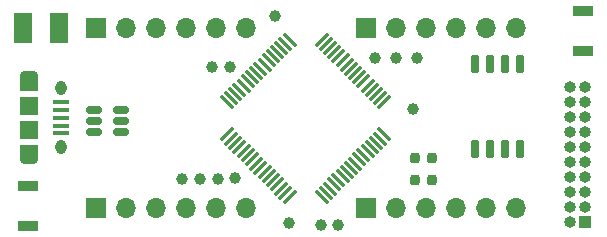
<source format=gbr>
%TF.GenerationSoftware,KiCad,Pcbnew,7.0.2*%
%TF.CreationDate,2023-05-12T00:45:21-04:00*%
%TF.ProjectId,H503-0.2,48353033-2d30-42e3-922e-6b696361645f,rev?*%
%TF.SameCoordinates,Original*%
%TF.FileFunction,Soldermask,Top*%
%TF.FilePolarity,Negative*%
%FSLAX46Y46*%
G04 Gerber Fmt 4.6, Leading zero omitted, Abs format (unit mm)*
G04 Created by KiCad (PCBNEW 7.0.2) date 2023-05-12 00:45:21*
%MOMM*%
%LPD*%
G01*
G04 APERTURE LIST*
G04 Aperture macros list*
%AMRoundRect*
0 Rectangle with rounded corners*
0 $1 Rounding radius*
0 $2 $3 $4 $5 $6 $7 $8 $9 X,Y pos of 4 corners*
0 Add a 4 corners polygon primitive as box body*
4,1,4,$2,$3,$4,$5,$6,$7,$8,$9,$2,$3,0*
0 Add four circle primitives for the rounded corners*
1,1,$1+$1,$2,$3*
1,1,$1+$1,$4,$5*
1,1,$1+$1,$6,$7*
1,1,$1+$1,$8,$9*
0 Add four rect primitives between the rounded corners*
20,1,$1+$1,$2,$3,$4,$5,0*
20,1,$1+$1,$4,$5,$6,$7,0*
20,1,$1+$1,$6,$7,$8,$9,0*
20,1,$1+$1,$8,$9,$2,$3,0*%
G04 Aperture macros list end*
%ADD10RoundRect,0.200000X0.200000X0.250000X-0.200000X0.250000X-0.200000X-0.250000X0.200000X-0.250000X0*%
%ADD11C,1.000000*%
%ADD12R,1.700000X0.900000*%
%ADD13R,1.000000X1.000000*%
%ADD14O,1.000000X1.000000*%
%ADD15RoundRect,0.150000X-0.512500X-0.150000X0.512500X-0.150000X0.512500X0.150000X-0.512500X0.150000X0*%
%ADD16O,1.550000X0.890000*%
%ADD17R,1.550000X1.200000*%
%ADD18O,0.950000X1.250000*%
%ADD19R,1.550000X1.500000*%
%ADD20R,1.350000X0.400000*%
%ADD21RoundRect,0.075000X0.548008X0.441942X0.441942X0.548008X-0.548008X-0.441942X-0.441942X-0.548008X0*%
%ADD22RoundRect,0.075000X0.548008X-0.441942X-0.441942X0.548008X-0.548008X0.441942X0.441942X-0.548008X0*%
%ADD23RoundRect,0.150000X-0.150000X0.650000X-0.150000X-0.650000X0.150000X-0.650000X0.150000X0.650000X0*%
%ADD24R,1.500000X2.600000*%
%ADD25R,1.700000X1.700000*%
%ADD26O,1.700000X1.700000*%
G04 APERTURE END LIST*
D10*
%TO.C,X1*%
X102145000Y-61125000D03*
X102145000Y-59275000D03*
X100695000Y-59275000D03*
X100695000Y-61125000D03*
%TD*%
D11*
%TO.C,TP1*%
X100540000Y-55110000D03*
%TD*%
%TO.C,TP3*%
X83500000Y-51500000D03*
%TD*%
D12*
%TO.C,BOOT1*%
X67900000Y-65000000D03*
X67900000Y-61600000D03*
%TD*%
D13*
%TO.C,J3*%
X115062000Y-64693800D03*
D14*
X113792000Y-64693800D03*
X115062000Y-63423800D03*
X113792000Y-63423800D03*
X115062000Y-62153800D03*
X113792000Y-62153800D03*
X115062000Y-60883800D03*
X113792000Y-60883800D03*
X115062000Y-59613800D03*
X113792000Y-59613800D03*
X115062000Y-58343800D03*
X113792000Y-58343800D03*
X115062000Y-57073800D03*
X113792000Y-57073800D03*
X115062000Y-55803800D03*
X113792000Y-55803800D03*
X115062000Y-54533800D03*
X113792000Y-54533800D03*
X115062000Y-53263800D03*
X113792000Y-53263800D03*
%TD*%
D11*
%TO.C,TP7*%
X89992200Y-64770000D03*
%TD*%
%TO.C,TP14*%
X88830000Y-47260000D03*
%TD*%
D15*
%TO.C,U4*%
X73562500Y-55150000D03*
X73562500Y-56100000D03*
X73562500Y-57050000D03*
X75837500Y-57050000D03*
X75837500Y-56100000D03*
X75837500Y-55150000D03*
%TD*%
D11*
%TO.C,TP9*%
X94157800Y-64922400D03*
%TD*%
D16*
%TO.C,J4*%
X68042000Y-59340000D03*
D17*
X68042000Y-58740000D03*
D18*
X70742000Y-58340000D03*
D19*
X68042000Y-56840000D03*
X68042000Y-54840000D03*
D18*
X70742000Y-53340000D03*
D17*
X68042000Y-52940000D03*
D16*
X68042000Y-52340000D03*
D20*
X70742000Y-57140000D03*
X70742000Y-56490000D03*
X70742000Y-55840000D03*
X70742000Y-55190000D03*
X70742000Y-54540000D03*
%TD*%
D11*
%TO.C,TP6*%
X84000000Y-61000000D03*
%TD*%
D12*
%TO.C,RESET1*%
X114909600Y-46763200D03*
X114909600Y-50163200D03*
%TD*%
D11*
%TO.C,TP11*%
X100838000Y-50800000D03*
%TD*%
D21*
%TO.C,U2*%
X90078819Y-62544481D03*
X89725266Y-62190928D03*
X89371713Y-61837375D03*
X89018159Y-61483821D03*
X88664606Y-61130268D03*
X88311052Y-60776714D03*
X87957499Y-60423161D03*
X87603946Y-60069608D03*
X87250392Y-59716054D03*
X86896839Y-59362501D03*
X86543286Y-59008948D03*
X86189732Y-58655394D03*
X85836179Y-58301841D03*
X85482625Y-57948287D03*
X85129072Y-57594734D03*
X84775519Y-57241181D03*
D22*
X84775519Y-54518819D03*
X85129072Y-54165266D03*
X85482625Y-53811713D03*
X85836179Y-53458159D03*
X86189732Y-53104606D03*
X86543286Y-52751052D03*
X86896839Y-52397499D03*
X87250392Y-52043946D03*
X87603946Y-51690392D03*
X87957499Y-51336839D03*
X88311052Y-50983286D03*
X88664606Y-50629732D03*
X89018159Y-50276179D03*
X89371713Y-49922625D03*
X89725266Y-49569072D03*
X90078819Y-49215519D03*
D21*
X92801181Y-49215519D03*
X93154734Y-49569072D03*
X93508287Y-49922625D03*
X93861841Y-50276179D03*
X94215394Y-50629732D03*
X94568948Y-50983286D03*
X94922501Y-51336839D03*
X95276054Y-51690392D03*
X95629608Y-52043946D03*
X95983161Y-52397499D03*
X96336714Y-52751052D03*
X96690268Y-53104606D03*
X97043821Y-53458159D03*
X97397375Y-53811713D03*
X97750928Y-54165266D03*
X98104481Y-54518819D03*
D22*
X98104481Y-57241181D03*
X97750928Y-57594734D03*
X97397375Y-57948287D03*
X97043821Y-58301841D03*
X96690268Y-58655394D03*
X96336714Y-59008948D03*
X95983161Y-59362501D03*
X95629608Y-59716054D03*
X95276054Y-60069608D03*
X94922501Y-60423161D03*
X94568948Y-60776714D03*
X94215394Y-61130268D03*
X93861841Y-61483821D03*
X93508287Y-61837375D03*
X93154734Y-62190928D03*
X92801181Y-62544481D03*
%TD*%
D11*
%TO.C,TP5*%
X82500000Y-61000000D03*
%TD*%
%TO.C,TP8*%
X92760800Y-64922400D03*
%TD*%
D23*
%TO.C,U3*%
X109550000Y-51250000D03*
X108280000Y-51250000D03*
X107010000Y-51250000D03*
X105740000Y-51250000D03*
X105740000Y-58450000D03*
X107010000Y-58450000D03*
X108280000Y-58450000D03*
X109550000Y-58450000D03*
%TD*%
D11*
%TO.C,TP12*%
X99060000Y-50800000D03*
%TD*%
%TO.C,TP4*%
X85000000Y-51500000D03*
%TD*%
D24*
%TO.C,D1*%
X67537200Y-48260000D03*
X70537200Y-48260000D03*
%TD*%
D11*
%TO.C,TP13*%
X85500000Y-60960000D03*
%TD*%
%TO.C,TP2*%
X97282000Y-50800000D03*
%TD*%
%TO.C,TP10*%
X81000000Y-61000000D03*
%TD*%
D25*
%TO.C,J1*%
X73660000Y-63500000D03*
D26*
X76200000Y-63500000D03*
X78740000Y-63500000D03*
X81280000Y-63500000D03*
X83820000Y-63500000D03*
X86360000Y-63500000D03*
%TD*%
D25*
%TO.C,J2*%
X96520000Y-63500000D03*
D26*
X99060000Y-63500000D03*
X101600000Y-63500000D03*
X104140000Y-63500000D03*
X106680000Y-63500000D03*
X109220000Y-63500000D03*
%TD*%
D25*
%TO.C,J6*%
X96520000Y-48260000D03*
D26*
X99060000Y-48260000D03*
X101600000Y-48260000D03*
X104140000Y-48260000D03*
X106680000Y-48260000D03*
X109220000Y-48260000D03*
%TD*%
D25*
%TO.C,J5*%
X73660000Y-48260000D03*
D26*
X76200000Y-48260000D03*
X78740000Y-48260000D03*
X81280000Y-48260000D03*
X83820000Y-48260000D03*
X86360000Y-48260000D03*
%TD*%
M02*

</source>
